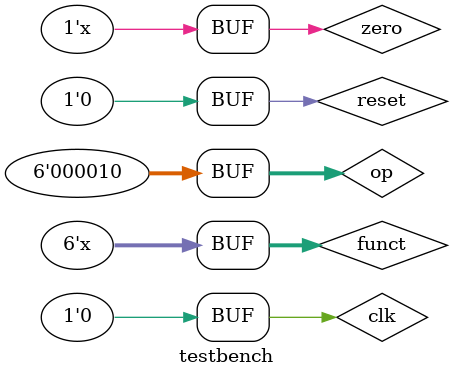
<source format=sv>
module testbench();   
logic        clk;   
logic        reset;   
logic [5:0]  op, funct;    
logic [3:0]  alucontrol;   
logic [1:0]  alusrcb, pcsrc;   
logic        zero, pcen, memwrite, irwrite, regwrite;   
logic        alusrca, iord, memtoreg, regdst; 

 
parameter   LW      = 6'b100011;  // Opcode for lw     
parameter   SW      = 6'b101011;  // Opcode for sw     
parameter   RTYPE   = 6'b000000;  // Opcode for R-type      
parameter   BEQ     = 6'b000100;  // Opcode for beq      
parameter   ADDI    = 6'b001000;  // Opcode for addi      
parameter   J       = 6'b000010;  // Opcode for j      
parameter   ADD     = 6'b100000;  // Funct for add      
parameter   SUB     = 6'b100010;  // Funct for sub      
parameter   AND     = 6'b100100;  // Funct for and      
parameter   OR      = 6'b100101;  // Funct for or      
parameter   SLT     = 6'b101010;  // Funct for slt     

// Controller to test
controller myController(clk, reset, op, funct, zero, pcen, memwrite, irwrite, regwrite, alusrca, iord, memtoreg, regdst, alusrcb, pcsrc, alucontrol);     

always begin       
clk <= 1; # 5; 
clk <= 0; # 5;     
end   

// apply inputs
initial begin       
// reset controller       
reset <= 1; # 12; 
reset <= 0;       

// test lw       
op = LW; funct = 6'bx; zero = 1'bx;       #50;  
// test sw       
op = SW; funct = 6'bx; zero = 1'bx;       #40;      
// test add       
op = RTYPE; funct = ADD; zero = 1'bx;       #40;       
// test sub       
op = RTYPE; funct = SUB; zero = 1'bx;       #40;        
// test and       
op = RTYPE; funct = AND; zero = 1'bx;       #40;       
// test or       
op = RTYPE; funct = OR; zero = 1'bx;       #40;       
// test slt       
op = RTYPE; funct = SLT; zero = 1'bx;      #40;    
 // test beq taken       
op = BEQ; funct = 6'bx; zero = 1'b1;       #30;   
// test beq not taken       
op = BEQ; funct = 6'bx; zero = 1'b0;       #30;      
// test addi       
op = ADDI; funct = 6'bx; zero = 1'bx;       #40;      
// test j       
op = J; funct = 6'bx; zero = 1'bx;       #30;     
end 

endmodule 

</source>
